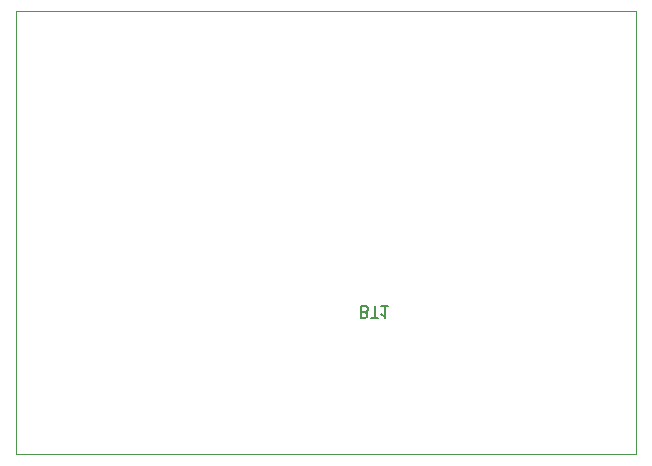
<source format=gbr>
%TF.GenerationSoftware,KiCad,Pcbnew,(6.0.9)*%
%TF.CreationDate,2022-12-29T15:09:43-06:00*%
%TF.ProjectId,Mr_Radar_Kit,4d725f52-6164-4617-925f-4b69742e6b69,rev?*%
%TF.SameCoordinates,Original*%
%TF.FileFunction,Legend,Bot*%
%TF.FilePolarity,Positive*%
%FSLAX46Y46*%
G04 Gerber Fmt 4.6, Leading zero omitted, Abs format (unit mm)*
G04 Created by KiCad (PCBNEW (6.0.9)) date 2022-12-29 15:09:43*
%MOMM*%
%LPD*%
G01*
G04 APERTURE LIST*
%ADD10C,0.150000*%
%ADD11C,0.120000*%
G04 APERTURE END LIST*
D10*
%TO.C,BT1*%
X142343285Y-76822428D02*
X142486142Y-76774809D01*
X142533761Y-76727190D01*
X142581380Y-76631952D01*
X142581380Y-76489095D01*
X142533761Y-76393857D01*
X142486142Y-76346238D01*
X142390904Y-76298619D01*
X142009952Y-76298619D01*
X142009952Y-77298619D01*
X142343285Y-77298619D01*
X142438523Y-77251000D01*
X142486142Y-77203380D01*
X142533761Y-77108142D01*
X142533761Y-77012904D01*
X142486142Y-76917666D01*
X142438523Y-76870047D01*
X142343285Y-76822428D01*
X142009952Y-76822428D01*
X142867095Y-77298619D02*
X143438523Y-77298619D01*
X143152809Y-76298619D02*
X143152809Y-77298619D01*
X144295666Y-76298619D02*
X143724238Y-76298619D01*
X144009952Y-76298619D02*
X144009952Y-77298619D01*
X143914714Y-77155761D01*
X143819476Y-77060523D01*
X143724238Y-77012904D01*
D11*
X112815000Y-88854000D02*
X165315000Y-88854000D01*
X165315000Y-88854000D02*
X165315000Y-51354000D01*
X165315000Y-51354000D02*
X112815000Y-51354000D01*
X112815000Y-51354000D02*
X112815000Y-88854000D01*
%TD*%
M02*

</source>
